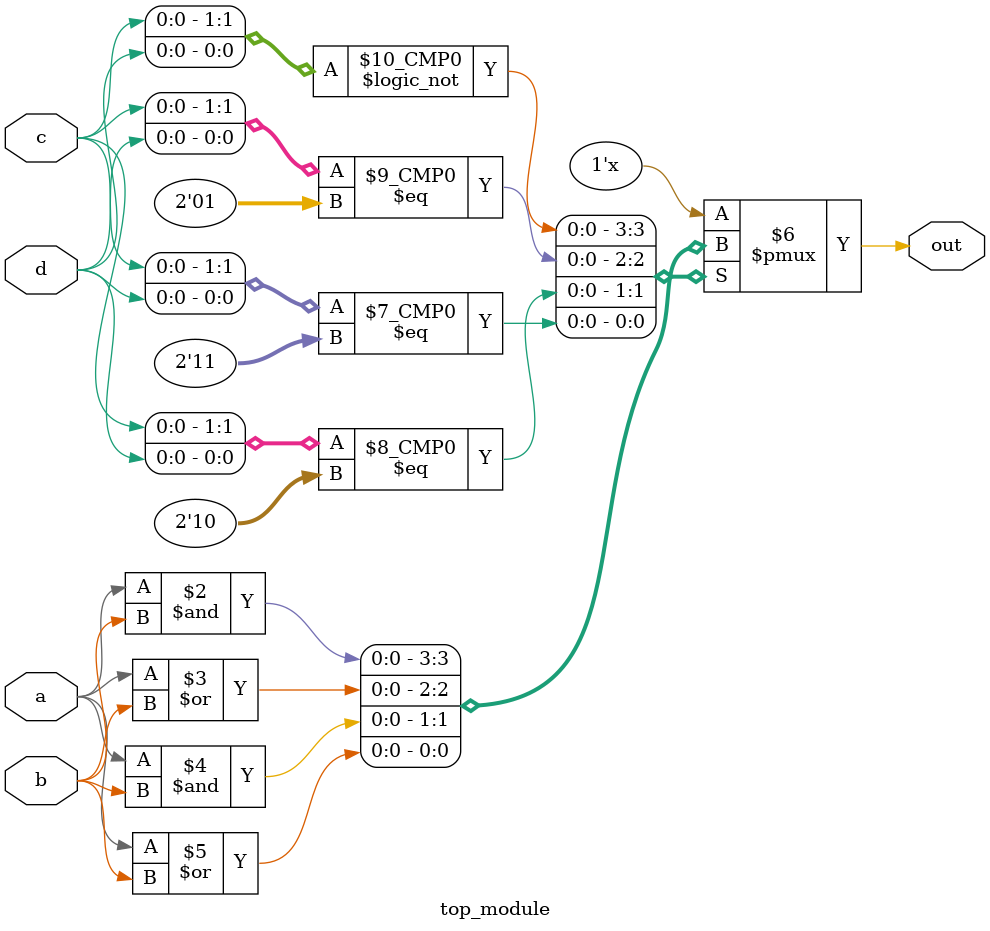
<source format=sv>
module top_module (
    input a,
    input b,
    input c,
    input d,
    output reg out
);

    always @(*) begin
        case ({c, d})
            2'b00: out = a & b;
            2'b01: out = a | b;
            2'b10: out = a & b;
            2'b11: out = a | b;
        endcase
    end

endmodule

</source>
